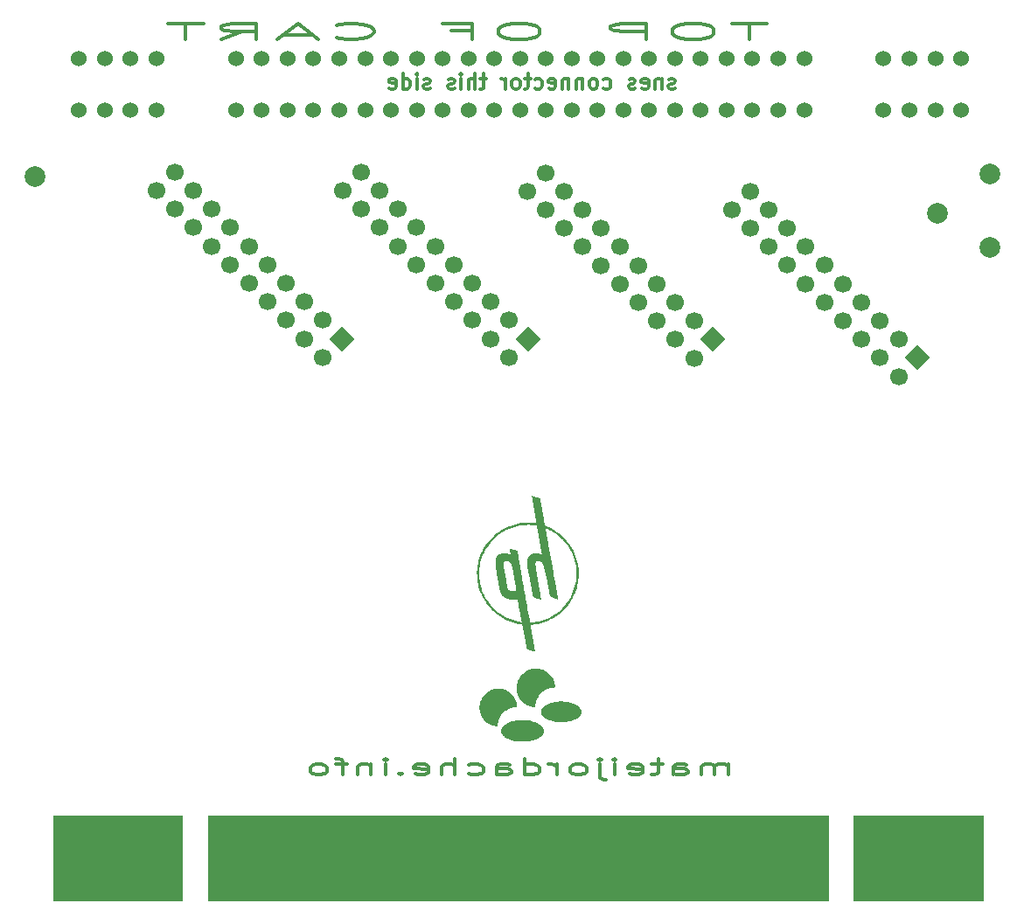
<source format=gbr>
%TF.GenerationSoftware,KiCad,Pcbnew,(6.0.6-1)-1*%
%TF.CreationDate,2022-07-24T16:47:29-04:00*%
%TF.ProjectId,SNES_logicadapter,534e4553-5f6c-46f6-9769-636164617074,rev?*%
%TF.SameCoordinates,Original*%
%TF.FileFunction,Soldermask,Bot*%
%TF.FilePolarity,Negative*%
%FSLAX46Y46*%
G04 Gerber Fmt 4.6, Leading zero omitted, Abs format (unit mm)*
G04 Created by KiCad (PCBNEW (6.0.6-1)-1) date 2022-07-24 16:47:29*
%MOMM*%
%LPD*%
G01*
G04 APERTURE LIST*
G04 Aperture macros list*
%AMHorizOval*
0 Thick line with rounded ends*
0 $1 width*
0 $2 $3 position (X,Y) of the first rounded end (center of the circle)*
0 $4 $5 position (X,Y) of the second rounded end (center of the circle)*
0 Add line between two ends*
20,1,$1,$2,$3,$4,$5,0*
0 Add two circle primitives to create the rounded ends*
1,1,$1,$2,$3*
1,1,$1,$4,$5*%
%AMRotRect*
0 Rectangle, with rotation*
0 The origin of the aperture is its center*
0 $1 length*
0 $2 width*
0 $3 Rotation angle, in degrees counterclockwise*
0 Add horizontal line*
21,1,$1,$2,0,0,$3*%
G04 Aperture macros list end*
%ADD10C,0.300000*%
%ADD11C,0.010000*%
%ADD12RotRect,1.700000X1.700000X225.000000*%
%ADD13HorizOval,1.700000X0.000000X0.000000X0.000000X0.000000X0*%
%ADD14C,2.000000*%
%ADD15R,1.500000X7.000000*%
%ADD16R,2.000000X7.000000*%
%ADD17C,1.524000*%
G04 APERTURE END LIST*
D10*
X175812000Y-68012571D02*
X172383428Y-68012571D01*
X174097714Y-69512571D02*
X174097714Y-68012571D01*
X169240571Y-68012571D02*
X168097714Y-68012571D01*
X167526285Y-68084000D01*
X166954857Y-68226857D01*
X166669142Y-68512571D01*
X166669142Y-69012571D01*
X166954857Y-69298285D01*
X167526285Y-69441142D01*
X168097714Y-69512571D01*
X169240571Y-69512571D01*
X169812000Y-69441142D01*
X170383428Y-69298285D01*
X170669142Y-69012571D01*
X170669142Y-68512571D01*
X170383428Y-68226857D01*
X169812000Y-68084000D01*
X169240571Y-68012571D01*
X164097714Y-69512571D02*
X164097714Y-68012571D01*
X161812000Y-68012571D01*
X161240571Y-68084000D01*
X160954857Y-68155428D01*
X160669142Y-68298285D01*
X160669142Y-68512571D01*
X160954857Y-68655428D01*
X161240571Y-68726857D01*
X161812000Y-68798285D01*
X164097714Y-68798285D01*
X152383428Y-68012571D02*
X151240571Y-68012571D01*
X150669142Y-68084000D01*
X150097714Y-68226857D01*
X149812000Y-68512571D01*
X149812000Y-69012571D01*
X150097714Y-69298285D01*
X150669142Y-69441142D01*
X151240571Y-69512571D01*
X152383428Y-69512571D01*
X152954857Y-69441142D01*
X153526285Y-69298285D01*
X153812000Y-69012571D01*
X153812000Y-68512571D01*
X153526285Y-68226857D01*
X152954857Y-68084000D01*
X152383428Y-68012571D01*
X145240571Y-68726857D02*
X147240571Y-68726857D01*
X147240571Y-69512571D02*
X147240571Y-68012571D01*
X144383428Y-68012571D01*
X134097714Y-69369714D02*
X134383428Y-69441142D01*
X135240571Y-69512571D01*
X135812000Y-69512571D01*
X136669142Y-69441142D01*
X137240571Y-69298285D01*
X137526285Y-69155428D01*
X137812000Y-68869714D01*
X137812000Y-68655428D01*
X137526285Y-68369714D01*
X137240571Y-68226857D01*
X136669142Y-68084000D01*
X135812000Y-68012571D01*
X135240571Y-68012571D01*
X134383428Y-68084000D01*
X134097714Y-68155428D01*
X131812000Y-69084000D02*
X128954857Y-69084000D01*
X132383428Y-69512571D02*
X130383428Y-68012571D01*
X128383428Y-69512571D01*
X122954857Y-69512571D02*
X124954857Y-68798285D01*
X126383428Y-69512571D02*
X126383428Y-68012571D01*
X124097714Y-68012571D01*
X123526285Y-68084000D01*
X123240571Y-68155428D01*
X122954857Y-68298285D01*
X122954857Y-68512571D01*
X123240571Y-68655428D01*
X123526285Y-68726857D01*
X124097714Y-68798285D01*
X126383428Y-68798285D01*
X121240571Y-68012571D02*
X117812000Y-68012571D01*
X119526285Y-69512571D02*
X119526285Y-68012571D01*
X166892142Y-74267142D02*
X166749285Y-74338571D01*
X166463571Y-74338571D01*
X166320714Y-74267142D01*
X166249285Y-74124285D01*
X166249285Y-74052857D01*
X166320714Y-73910000D01*
X166463571Y-73838571D01*
X166677857Y-73838571D01*
X166820714Y-73767142D01*
X166892142Y-73624285D01*
X166892142Y-73552857D01*
X166820714Y-73410000D01*
X166677857Y-73338571D01*
X166463571Y-73338571D01*
X166320714Y-73410000D01*
X165606428Y-73338571D02*
X165606428Y-74338571D01*
X165606428Y-73481428D02*
X165535000Y-73410000D01*
X165392142Y-73338571D01*
X165177857Y-73338571D01*
X165035000Y-73410000D01*
X164963571Y-73552857D01*
X164963571Y-74338571D01*
X163677857Y-74267142D02*
X163820714Y-74338571D01*
X164106428Y-74338571D01*
X164249285Y-74267142D01*
X164320714Y-74124285D01*
X164320714Y-73552857D01*
X164249285Y-73410000D01*
X164106428Y-73338571D01*
X163820714Y-73338571D01*
X163677857Y-73410000D01*
X163606428Y-73552857D01*
X163606428Y-73695714D01*
X164320714Y-73838571D01*
X163035000Y-74267142D02*
X162892142Y-74338571D01*
X162606428Y-74338571D01*
X162463571Y-74267142D01*
X162392142Y-74124285D01*
X162392142Y-74052857D01*
X162463571Y-73910000D01*
X162606428Y-73838571D01*
X162820714Y-73838571D01*
X162963571Y-73767142D01*
X163035000Y-73624285D01*
X163035000Y-73552857D01*
X162963571Y-73410000D01*
X162820714Y-73338571D01*
X162606428Y-73338571D01*
X162463571Y-73410000D01*
X159963571Y-74267142D02*
X160106428Y-74338571D01*
X160392142Y-74338571D01*
X160535000Y-74267142D01*
X160606428Y-74195714D01*
X160677857Y-74052857D01*
X160677857Y-73624285D01*
X160606428Y-73481428D01*
X160535000Y-73410000D01*
X160392142Y-73338571D01*
X160106428Y-73338571D01*
X159963571Y-73410000D01*
X159106428Y-74338571D02*
X159249285Y-74267142D01*
X159320714Y-74195714D01*
X159392142Y-74052857D01*
X159392142Y-73624285D01*
X159320714Y-73481428D01*
X159249285Y-73410000D01*
X159106428Y-73338571D01*
X158892142Y-73338571D01*
X158749285Y-73410000D01*
X158677857Y-73481428D01*
X158606428Y-73624285D01*
X158606428Y-74052857D01*
X158677857Y-74195714D01*
X158749285Y-74267142D01*
X158892142Y-74338571D01*
X159106428Y-74338571D01*
X157963571Y-73338571D02*
X157963571Y-74338571D01*
X157963571Y-73481428D02*
X157892142Y-73410000D01*
X157749285Y-73338571D01*
X157535000Y-73338571D01*
X157392142Y-73410000D01*
X157320714Y-73552857D01*
X157320714Y-74338571D01*
X156606428Y-73338571D02*
X156606428Y-74338571D01*
X156606428Y-73481428D02*
X156535000Y-73410000D01*
X156392142Y-73338571D01*
X156177857Y-73338571D01*
X156035000Y-73410000D01*
X155963571Y-73552857D01*
X155963571Y-74338571D01*
X154677857Y-74267142D02*
X154820714Y-74338571D01*
X155106428Y-74338571D01*
X155249285Y-74267142D01*
X155320714Y-74124285D01*
X155320714Y-73552857D01*
X155249285Y-73410000D01*
X155106428Y-73338571D01*
X154820714Y-73338571D01*
X154677857Y-73410000D01*
X154606428Y-73552857D01*
X154606428Y-73695714D01*
X155320714Y-73838571D01*
X153320714Y-74267142D02*
X153463571Y-74338571D01*
X153749285Y-74338571D01*
X153892142Y-74267142D01*
X153963571Y-74195714D01*
X154035000Y-74052857D01*
X154035000Y-73624285D01*
X153963571Y-73481428D01*
X153892142Y-73410000D01*
X153749285Y-73338571D01*
X153463571Y-73338571D01*
X153320714Y-73410000D01*
X152892142Y-73338571D02*
X152320714Y-73338571D01*
X152677857Y-72838571D02*
X152677857Y-74124285D01*
X152606428Y-74267142D01*
X152463571Y-74338571D01*
X152320714Y-74338571D01*
X151606428Y-74338571D02*
X151749285Y-74267142D01*
X151820714Y-74195714D01*
X151892142Y-74052857D01*
X151892142Y-73624285D01*
X151820714Y-73481428D01*
X151749285Y-73410000D01*
X151606428Y-73338571D01*
X151392142Y-73338571D01*
X151249285Y-73410000D01*
X151177857Y-73481428D01*
X151106428Y-73624285D01*
X151106428Y-74052857D01*
X151177857Y-74195714D01*
X151249285Y-74267142D01*
X151392142Y-74338571D01*
X151606428Y-74338571D01*
X150463571Y-74338571D02*
X150463571Y-73338571D01*
X150463571Y-73624285D02*
X150392142Y-73481428D01*
X150320714Y-73410000D01*
X150177857Y-73338571D01*
X150035000Y-73338571D01*
X148606428Y-73338571D02*
X148035000Y-73338571D01*
X148392142Y-72838571D02*
X148392142Y-74124285D01*
X148320714Y-74267142D01*
X148177857Y-74338571D01*
X148035000Y-74338571D01*
X147535000Y-74338571D02*
X147535000Y-72838571D01*
X146892142Y-74338571D02*
X146892142Y-73552857D01*
X146963571Y-73410000D01*
X147106428Y-73338571D01*
X147320714Y-73338571D01*
X147463571Y-73410000D01*
X147535000Y-73481428D01*
X146177857Y-74338571D02*
X146177857Y-73338571D01*
X146177857Y-72838571D02*
X146249285Y-72910000D01*
X146177857Y-72981428D01*
X146106428Y-72910000D01*
X146177857Y-72838571D01*
X146177857Y-72981428D01*
X145535000Y-74267142D02*
X145392142Y-74338571D01*
X145106428Y-74338571D01*
X144963571Y-74267142D01*
X144892142Y-74124285D01*
X144892142Y-74052857D01*
X144963571Y-73910000D01*
X145106428Y-73838571D01*
X145320714Y-73838571D01*
X145463571Y-73767142D01*
X145535000Y-73624285D01*
X145535000Y-73552857D01*
X145463571Y-73410000D01*
X145320714Y-73338571D01*
X145106428Y-73338571D01*
X144963571Y-73410000D01*
X143177857Y-74267142D02*
X143035000Y-74338571D01*
X142749285Y-74338571D01*
X142606428Y-74267142D01*
X142535000Y-74124285D01*
X142535000Y-74052857D01*
X142606428Y-73910000D01*
X142749285Y-73838571D01*
X142963571Y-73838571D01*
X143106428Y-73767142D01*
X143177857Y-73624285D01*
X143177857Y-73552857D01*
X143106428Y-73410000D01*
X142963571Y-73338571D01*
X142749285Y-73338571D01*
X142606428Y-73410000D01*
X141892142Y-74338571D02*
X141892142Y-73338571D01*
X141892142Y-72838571D02*
X141963571Y-72910000D01*
X141892142Y-72981428D01*
X141820714Y-72910000D01*
X141892142Y-72838571D01*
X141892142Y-72981428D01*
X140535000Y-74338571D02*
X140535000Y-72838571D01*
X140535000Y-74267142D02*
X140677857Y-74338571D01*
X140963571Y-74338571D01*
X141106428Y-74267142D01*
X141177857Y-74195714D01*
X141249285Y-74052857D01*
X141249285Y-73624285D01*
X141177857Y-73481428D01*
X141106428Y-73410000D01*
X140963571Y-73338571D01*
X140677857Y-73338571D01*
X140535000Y-73410000D01*
X139249285Y-74267142D02*
X139392142Y-74338571D01*
X139677857Y-74338571D01*
X139820714Y-74267142D01*
X139892142Y-74124285D01*
X139892142Y-73552857D01*
X139820714Y-73410000D01*
X139677857Y-73338571D01*
X139392142Y-73338571D01*
X139249285Y-73410000D01*
X139177857Y-73552857D01*
X139177857Y-73695714D01*
X139892142Y-73838571D01*
X172034857Y-140759571D02*
X172034857Y-139759571D01*
X172034857Y-139902428D02*
X171892000Y-139831000D01*
X171606285Y-139759571D01*
X171177714Y-139759571D01*
X170892000Y-139831000D01*
X170749142Y-139973857D01*
X170749142Y-140759571D01*
X170749142Y-139973857D02*
X170606285Y-139831000D01*
X170320571Y-139759571D01*
X169892000Y-139759571D01*
X169606285Y-139831000D01*
X169463428Y-139973857D01*
X169463428Y-140759571D01*
X166749142Y-140759571D02*
X166749142Y-139973857D01*
X166892000Y-139831000D01*
X167177714Y-139759571D01*
X167749142Y-139759571D01*
X168034857Y-139831000D01*
X166749142Y-140688142D02*
X167034857Y-140759571D01*
X167749142Y-140759571D01*
X168034857Y-140688142D01*
X168177714Y-140545285D01*
X168177714Y-140402428D01*
X168034857Y-140259571D01*
X167749142Y-140188142D01*
X167034857Y-140188142D01*
X166749142Y-140116714D01*
X165749142Y-139759571D02*
X164606285Y-139759571D01*
X165320571Y-139259571D02*
X165320571Y-140545285D01*
X165177714Y-140688142D01*
X164892000Y-140759571D01*
X164606285Y-140759571D01*
X162463428Y-140688142D02*
X162749142Y-140759571D01*
X163320571Y-140759571D01*
X163606285Y-140688142D01*
X163749142Y-140545285D01*
X163749142Y-139973857D01*
X163606285Y-139831000D01*
X163320571Y-139759571D01*
X162749142Y-139759571D01*
X162463428Y-139831000D01*
X162320571Y-139973857D01*
X162320571Y-140116714D01*
X163749142Y-140259571D01*
X161034857Y-140759571D02*
X161034857Y-139759571D01*
X161034857Y-139259571D02*
X161177714Y-139331000D01*
X161034857Y-139402428D01*
X160892000Y-139331000D01*
X161034857Y-139259571D01*
X161034857Y-139402428D01*
X159606285Y-139759571D02*
X159606285Y-141045285D01*
X159749142Y-141188142D01*
X160034857Y-141259571D01*
X160177714Y-141259571D01*
X159606285Y-139259571D02*
X159749142Y-139331000D01*
X159606285Y-139402428D01*
X159463428Y-139331000D01*
X159606285Y-139259571D01*
X159606285Y-139402428D01*
X157749142Y-140759571D02*
X158034857Y-140688142D01*
X158177714Y-140616714D01*
X158320571Y-140473857D01*
X158320571Y-140045285D01*
X158177714Y-139902428D01*
X158034857Y-139831000D01*
X157749142Y-139759571D01*
X157320571Y-139759571D01*
X157034857Y-139831000D01*
X156892000Y-139902428D01*
X156749142Y-140045285D01*
X156749142Y-140473857D01*
X156892000Y-140616714D01*
X157034857Y-140688142D01*
X157320571Y-140759571D01*
X157749142Y-140759571D01*
X155463428Y-140759571D02*
X155463428Y-139759571D01*
X155463428Y-140045285D02*
X155320571Y-139902428D01*
X155177714Y-139831000D01*
X154892000Y-139759571D01*
X154606285Y-139759571D01*
X152320571Y-140759571D02*
X152320571Y-139259571D01*
X152320571Y-140688142D02*
X152606285Y-140759571D01*
X153177714Y-140759571D01*
X153463428Y-140688142D01*
X153606285Y-140616714D01*
X153749142Y-140473857D01*
X153749142Y-140045285D01*
X153606285Y-139902428D01*
X153463428Y-139831000D01*
X153177714Y-139759571D01*
X152606285Y-139759571D01*
X152320571Y-139831000D01*
X149606285Y-140759571D02*
X149606285Y-139973857D01*
X149749142Y-139831000D01*
X150034857Y-139759571D01*
X150606285Y-139759571D01*
X150892000Y-139831000D01*
X149606285Y-140688142D02*
X149892000Y-140759571D01*
X150606285Y-140759571D01*
X150892000Y-140688142D01*
X151034857Y-140545285D01*
X151034857Y-140402428D01*
X150892000Y-140259571D01*
X150606285Y-140188142D01*
X149892000Y-140188142D01*
X149606285Y-140116714D01*
X146892000Y-140688142D02*
X147177714Y-140759571D01*
X147749142Y-140759571D01*
X148034857Y-140688142D01*
X148177714Y-140616714D01*
X148320571Y-140473857D01*
X148320571Y-140045285D01*
X148177714Y-139902428D01*
X148034857Y-139831000D01*
X147749142Y-139759571D01*
X147177714Y-139759571D01*
X146892000Y-139831000D01*
X145606285Y-140759571D02*
X145606285Y-139259571D01*
X144320571Y-140759571D02*
X144320571Y-139973857D01*
X144463428Y-139831000D01*
X144749142Y-139759571D01*
X145177714Y-139759571D01*
X145463428Y-139831000D01*
X145606285Y-139902428D01*
X141749142Y-140688142D02*
X142034857Y-140759571D01*
X142606285Y-140759571D01*
X142892000Y-140688142D01*
X143034857Y-140545285D01*
X143034857Y-139973857D01*
X142892000Y-139831000D01*
X142606285Y-139759571D01*
X142034857Y-139759571D01*
X141749142Y-139831000D01*
X141606285Y-139973857D01*
X141606285Y-140116714D01*
X143034857Y-140259571D01*
X140320571Y-140616714D02*
X140177714Y-140688142D01*
X140320571Y-140759571D01*
X140463428Y-140688142D01*
X140320571Y-140616714D01*
X140320571Y-140759571D01*
X138892000Y-140759571D02*
X138892000Y-139759571D01*
X138892000Y-139259571D02*
X139034857Y-139331000D01*
X138892000Y-139402428D01*
X138749142Y-139331000D01*
X138892000Y-139259571D01*
X138892000Y-139402428D01*
X137463428Y-139759571D02*
X137463428Y-140759571D01*
X137463428Y-139902428D02*
X137320571Y-139831000D01*
X137034857Y-139759571D01*
X136606285Y-139759571D01*
X136320571Y-139831000D01*
X136177714Y-139973857D01*
X136177714Y-140759571D01*
X135177714Y-139759571D02*
X134034857Y-139759571D01*
X134749142Y-140759571D02*
X134749142Y-139473857D01*
X134606285Y-139331000D01*
X134320571Y-139259571D01*
X134034857Y-139259571D01*
X132606285Y-140759571D02*
X132892000Y-140688142D01*
X133034857Y-140616714D01*
X133177714Y-140473857D01*
X133177714Y-140045285D01*
X133034857Y-139902428D01*
X132892000Y-139831000D01*
X132606285Y-139759571D01*
X132177714Y-139759571D01*
X131892000Y-139831000D01*
X131749142Y-139902428D01*
X131606285Y-140045285D01*
X131606285Y-140473857D01*
X131749142Y-140616714D01*
X131892000Y-140688142D01*
X132177714Y-140759571D01*
X132606285Y-140759571D01*
%TO.C,CON1*%
G36*
X119180000Y-152940000D02*
G01*
X106680000Y-152940000D01*
X106680000Y-144740000D01*
X119180000Y-144740000D01*
X119180000Y-152940000D01*
G37*
D11*
X119180000Y-152940000D02*
X106680000Y-152940000D01*
X106680000Y-144740000D01*
X119180000Y-144740000D01*
X119180000Y-152940000D01*
G36*
X181680000Y-152940000D02*
G01*
X121680000Y-152940000D01*
X121680000Y-144740000D01*
X181680000Y-144740000D01*
X181680000Y-152940000D01*
G37*
X181680000Y-152940000D02*
X121680000Y-152940000D01*
X121680000Y-144740000D01*
X181680000Y-144740000D01*
X181680000Y-152940000D01*
G36*
X196680000Y-152940000D02*
G01*
X184180000Y-152940000D01*
X184180000Y-144740000D01*
X196680000Y-144740000D01*
X196680000Y-152940000D01*
G37*
X196680000Y-152940000D02*
X184180000Y-152940000D01*
X184180000Y-144740000D01*
X196680000Y-144740000D01*
X196680000Y-152940000D01*
%TO.C,G\u002A\u002A\u002A*%
G36*
X157564619Y-121730146D02*
G01*
X157539465Y-121966250D01*
X157502396Y-122199395D01*
X157452914Y-122433175D01*
X157390521Y-122671181D01*
X157326726Y-122876128D01*
X157231852Y-123133537D01*
X157122116Y-123386768D01*
X156998359Y-123634271D01*
X156861418Y-123874501D01*
X156712133Y-124105908D01*
X156551342Y-124326946D01*
X156379884Y-124536067D01*
X156264540Y-124664131D01*
X156062245Y-124869479D01*
X155850321Y-125061618D01*
X155629277Y-125240292D01*
X155399621Y-125405242D01*
X155161862Y-125556212D01*
X154916510Y-125692945D01*
X154664073Y-125815183D01*
X154405060Y-125922669D01*
X154139981Y-126015145D01*
X153869343Y-126092355D01*
X153593657Y-126154041D01*
X153313430Y-126199946D01*
X153029172Y-126229813D01*
X152993900Y-126232534D01*
X152953783Y-126235923D01*
X152926443Y-126238952D01*
X152909578Y-126242101D01*
X152900886Y-126245852D01*
X152898064Y-126250688D01*
X152898811Y-126257088D01*
X152900607Y-126266340D01*
X152905167Y-126291040D01*
X152912235Y-126329838D01*
X152921596Y-126381533D01*
X152933034Y-126444923D01*
X152946331Y-126518806D01*
X152961272Y-126601979D01*
X152977641Y-126693242D01*
X152995220Y-126791391D01*
X153013794Y-126895226D01*
X153033147Y-127003543D01*
X153033830Y-127007369D01*
X153056113Y-127132100D01*
X153079692Y-127263982D01*
X153104097Y-127400397D01*
X153128861Y-127538726D01*
X153153514Y-127676352D01*
X153177586Y-127810657D01*
X153200608Y-127939021D01*
X153222112Y-128058826D01*
X153241628Y-128167455D01*
X153258688Y-128262289D01*
X153263777Y-128290581D01*
X153280059Y-128381397D01*
X153295356Y-128467183D01*
X153309420Y-128546517D01*
X153322003Y-128617978D01*
X153332856Y-128680142D01*
X153341730Y-128731590D01*
X153348376Y-128770898D01*
X153352547Y-128796645D01*
X153353993Y-128807409D01*
X153353799Y-128811325D01*
X153350722Y-128817520D01*
X153341225Y-128820370D01*
X153321920Y-128820449D01*
X153289417Y-128818331D01*
X153280062Y-128817493D01*
X153249921Y-128813099D01*
X153214357Y-128805341D01*
X153170840Y-128793552D01*
X153116842Y-128777066D01*
X153049834Y-128755217D01*
X152991789Y-128736091D01*
X152920871Y-128713105D01*
X152848225Y-128689894D01*
X152779687Y-128668319D01*
X152721093Y-128650245D01*
X152716418Y-128648824D01*
X152669165Y-128634391D01*
X152627987Y-128621692D01*
X152595356Y-128611500D01*
X152573740Y-128604584D01*
X152565610Y-128601715D01*
X152563900Y-128593596D01*
X152559243Y-128570003D01*
X152551814Y-128531850D01*
X152541790Y-128480048D01*
X152529344Y-128415509D01*
X152514653Y-128339146D01*
X152497890Y-128251870D01*
X152479232Y-128154594D01*
X152458853Y-128048230D01*
X152436929Y-127933690D01*
X152413634Y-127811886D01*
X152389143Y-127683730D01*
X152363631Y-127550134D01*
X152337274Y-127412010D01*
X152311222Y-127275589D01*
X152285618Y-127141824D01*
X152260988Y-127013454D01*
X152237509Y-126891394D01*
X152215361Y-126776559D01*
X152194721Y-126669865D01*
X152175767Y-126572227D01*
X152158677Y-126484560D01*
X152143630Y-126407780D01*
X152130802Y-126342802D01*
X152120373Y-126290542D01*
X152112521Y-126251915D01*
X152107423Y-126227836D01*
X152105257Y-126219221D01*
X152100375Y-126217596D01*
X152081182Y-126213697D01*
X152050291Y-126208456D01*
X152010590Y-126202351D01*
X151964967Y-126195864D01*
X151763099Y-126163683D01*
X151491402Y-126105915D01*
X151222878Y-126032246D01*
X150958427Y-125943076D01*
X150698948Y-125838805D01*
X150445342Y-125719832D01*
X150198507Y-125586555D01*
X149959343Y-125439376D01*
X149728750Y-125278692D01*
X149507627Y-125104904D01*
X149312231Y-124933077D01*
X149108897Y-124733460D01*
X148917927Y-124523212D01*
X148739692Y-124302962D01*
X148574567Y-124073335D01*
X148422923Y-123834961D01*
X148285132Y-123588467D01*
X148161567Y-123334480D01*
X148052601Y-123073627D01*
X147958605Y-122806536D01*
X147879952Y-122533836D01*
X147817015Y-122256152D01*
X147779641Y-122040768D01*
X147745278Y-121758637D01*
X147727132Y-121476201D01*
X147726692Y-121416828D01*
X147945204Y-121416828D01*
X147959451Y-121692838D01*
X147989072Y-121963915D01*
X148034214Y-122231111D01*
X148095019Y-122495478D01*
X148171631Y-122758068D01*
X148209140Y-122869488D01*
X148308025Y-123126899D01*
X148421196Y-123376640D01*
X148548112Y-123618228D01*
X148688231Y-123851180D01*
X148841012Y-124075014D01*
X149005914Y-124289247D01*
X149182396Y-124493395D01*
X149369917Y-124686977D01*
X149567936Y-124869510D01*
X149775912Y-125040510D01*
X149993303Y-125199496D01*
X150219568Y-125345984D01*
X150454168Y-125479491D01*
X150696559Y-125599536D01*
X150946202Y-125705635D01*
X151202555Y-125797306D01*
X151465076Y-125874065D01*
X151733226Y-125935430D01*
X151778978Y-125944223D01*
X151836843Y-125954703D01*
X151892769Y-125964191D01*
X151944352Y-125972328D01*
X151989185Y-125978754D01*
X152024866Y-125983109D01*
X152048989Y-125985034D01*
X152059150Y-125984170D01*
X152059130Y-125982793D01*
X152056982Y-125968257D01*
X152051938Y-125938669D01*
X152044174Y-125894983D01*
X152033870Y-125838157D01*
X152021203Y-125769147D01*
X152006351Y-125688910D01*
X151989492Y-125598402D01*
X151970804Y-125498579D01*
X151950465Y-125390398D01*
X151928653Y-125274816D01*
X151905546Y-125152788D01*
X151881322Y-125025272D01*
X151856159Y-124893224D01*
X151648786Y-123806661D01*
X151382643Y-123801032D01*
X151316022Y-123799492D01*
X151219488Y-123796622D01*
X151135737Y-123793152D01*
X151062364Y-123788910D01*
X150996964Y-123783722D01*
X150937133Y-123777413D01*
X150880466Y-123769811D01*
X150824557Y-123760742D01*
X150715342Y-123738140D01*
X150611512Y-123708025D01*
X150518215Y-123670452D01*
X150432665Y-123624098D01*
X150352073Y-123567645D01*
X150273654Y-123499772D01*
X150220137Y-123445465D01*
X150162854Y-123376831D01*
X150111438Y-123301942D01*
X150065029Y-123219064D01*
X150022763Y-123126463D01*
X149983778Y-123022406D01*
X149947213Y-122905159D01*
X149912204Y-122772988D01*
X149907885Y-122754630D01*
X149898218Y-122710072D01*
X149886239Y-122651568D01*
X149872237Y-122580710D01*
X149856498Y-122499095D01*
X149839312Y-122408318D01*
X149820968Y-122309974D01*
X149801752Y-122205658D01*
X149781955Y-122096965D01*
X149761863Y-121985490D01*
X149741767Y-121872829D01*
X149721952Y-121760576D01*
X149702709Y-121650327D01*
X149684326Y-121543677D01*
X149667090Y-121442221D01*
X149651290Y-121347553D01*
X149637215Y-121261271D01*
X149625152Y-121184967D01*
X149616676Y-121129951D01*
X149591475Y-120962193D01*
X149569681Y-120809358D01*
X149551289Y-120670377D01*
X149536297Y-120544183D01*
X149524702Y-120429707D01*
X149517830Y-120342725D01*
X150280488Y-120342725D01*
X150284025Y-120420011D01*
X150294619Y-120511692D01*
X150312289Y-120618115D01*
X150334799Y-120739418D01*
X150361690Y-120885348D01*
X150389126Y-121035250D01*
X150416703Y-121186863D01*
X150444013Y-121337925D01*
X150470651Y-121486175D01*
X150496211Y-121629352D01*
X150520286Y-121765194D01*
X150542471Y-121891441D01*
X150562358Y-122005831D01*
X150579543Y-122106103D01*
X150593867Y-122190017D01*
X150613050Y-122300239D01*
X150630362Y-122396100D01*
X150646178Y-122478864D01*
X150660871Y-122549794D01*
X150674819Y-122610152D01*
X150688394Y-122661202D01*
X150701973Y-122704206D01*
X150715930Y-122740428D01*
X150730640Y-122771130D01*
X150746477Y-122797576D01*
X150763817Y-122821029D01*
X150783035Y-122842750D01*
X150804505Y-122864004D01*
X150815086Y-122873807D01*
X150848237Y-122901133D01*
X150880589Y-122920770D01*
X150916507Y-122934524D01*
X150960356Y-122944197D01*
X151016500Y-122951593D01*
X151027570Y-122952716D01*
X151072999Y-122956349D01*
X151125870Y-122959404D01*
X151183172Y-122961822D01*
X151241897Y-122963549D01*
X151299035Y-122964526D01*
X151351576Y-122964697D01*
X151396510Y-122964005D01*
X151430829Y-122962393D01*
X151451524Y-122959805D01*
X151478547Y-122949386D01*
X151507774Y-122926153D01*
X151511495Y-122921610D01*
X151520796Y-122907423D01*
X151526050Y-122891121D01*
X151528347Y-122867857D01*
X151528777Y-122832785D01*
X151528636Y-122820078D01*
X151527993Y-122802041D01*
X151526616Y-122782398D01*
X151524271Y-122759672D01*
X151520724Y-122732384D01*
X151515740Y-122699056D01*
X151509084Y-122658211D01*
X151500522Y-122608371D01*
X151489819Y-122548057D01*
X151476739Y-122475792D01*
X151461049Y-122390097D01*
X151442515Y-122289496D01*
X151437196Y-122260557D01*
X151425536Y-122196550D01*
X151411699Y-122120028D01*
X151396137Y-122033511D01*
X151379300Y-121939521D01*
X151361639Y-121840579D01*
X151343607Y-121739206D01*
X151325654Y-121637923D01*
X151308232Y-121539250D01*
X151289370Y-121432407D01*
X151268080Y-121312516D01*
X151249080Y-121206539D01*
X151232096Y-121113073D01*
X151216853Y-121030716D01*
X151203074Y-120958066D01*
X151190486Y-120893720D01*
X151178812Y-120836276D01*
X151167777Y-120784332D01*
X151157107Y-120736485D01*
X151146524Y-120691334D01*
X151135755Y-120647476D01*
X151124525Y-120603508D01*
X151120480Y-120587998D01*
X151100164Y-120512807D01*
X151081813Y-120451118D01*
X151064305Y-120400530D01*
X151046521Y-120358644D01*
X151027339Y-120323059D01*
X151005639Y-120291375D01*
X150980301Y-120261191D01*
X150950205Y-120230109D01*
X150900856Y-120188243D01*
X150824419Y-120141264D01*
X150793280Y-120125593D01*
X150743812Y-120103383D01*
X150700001Y-120088706D01*
X150656598Y-120080346D01*
X150608356Y-120077090D01*
X150550024Y-120077720D01*
X150534422Y-120078265D01*
X150494350Y-120080214D01*
X150465199Y-120083124D01*
X150442600Y-120087812D01*
X150422184Y-120095091D01*
X150399583Y-120105776D01*
X150375424Y-120119307D01*
X150336597Y-120150915D01*
X150309314Y-120190943D01*
X150290718Y-120242991D01*
X150283987Y-120279491D01*
X150280488Y-120342725D01*
X149517830Y-120342725D01*
X149516500Y-120325884D01*
X149511688Y-120231645D01*
X149510262Y-120145922D01*
X149512220Y-120067648D01*
X149517558Y-119995755D01*
X149526272Y-119929177D01*
X149538360Y-119866844D01*
X149553818Y-119807691D01*
X149572643Y-119750648D01*
X149594832Y-119694649D01*
X149620380Y-119638626D01*
X149644084Y-119594647D01*
X149677581Y-119548109D01*
X149718156Y-119508515D01*
X149768965Y-119472891D01*
X149833167Y-119438265D01*
X149902416Y-119407212D01*
X150003308Y-119371736D01*
X150109768Y-119345852D01*
X150224909Y-119328850D01*
X150351841Y-119320022D01*
X150421872Y-119318437D01*
X150503629Y-119320433D01*
X150576412Y-119327931D01*
X150644341Y-119341830D01*
X150711537Y-119363028D01*
X150782118Y-119392425D01*
X150860205Y-119430918D01*
X150886766Y-119444720D01*
X150923695Y-119463791D01*
X150953457Y-119479015D01*
X150973518Y-119489097D01*
X150981344Y-119492745D01*
X150981383Y-119492683D01*
X150980482Y-119483402D01*
X150977274Y-119459617D01*
X150972027Y-119423136D01*
X150965009Y-119375766D01*
X150956486Y-119319314D01*
X150946727Y-119255588D01*
X150935999Y-119186395D01*
X150935528Y-119183375D01*
X150924688Y-119113458D01*
X150914705Y-119048329D01*
X150905867Y-118989934D01*
X150898466Y-118940220D01*
X150892790Y-118901134D01*
X150889131Y-118874623D01*
X150887777Y-118862634D01*
X150887772Y-118862316D01*
X150888652Y-118858611D01*
X150892212Y-118856356D01*
X150899783Y-118855878D01*
X150912696Y-118857504D01*
X150932280Y-118861562D01*
X150959865Y-118868378D01*
X150996783Y-118878281D01*
X151044364Y-118891598D01*
X151103937Y-118908655D01*
X151176834Y-118929781D01*
X151264384Y-118955302D01*
X151332508Y-118975200D01*
X151408579Y-118997488D01*
X151471062Y-119015958D01*
X151521326Y-119031091D01*
X151560739Y-119043363D01*
X151590670Y-119053255D01*
X151612488Y-119061245D01*
X151627562Y-119067811D01*
X151637259Y-119073433D01*
X151642948Y-119078589D01*
X151645999Y-119083757D01*
X151647779Y-119089417D01*
X151649648Y-119098613D01*
X151654199Y-119123517D01*
X151661068Y-119162344D01*
X151670022Y-119213731D01*
X151680826Y-119276315D01*
X151693246Y-119348734D01*
X151707046Y-119429623D01*
X151721994Y-119517620D01*
X151737853Y-119611361D01*
X151754391Y-119709483D01*
X151779108Y-119856032D01*
X151814028Y-120061995D01*
X151851648Y-120282760D01*
X151891808Y-120517417D01*
X151934350Y-120765056D01*
X151979115Y-121024769D01*
X152025944Y-121295647D01*
X152074679Y-121576779D01*
X152125161Y-121867258D01*
X152177230Y-122166173D01*
X152230729Y-122472617D01*
X152285498Y-122785678D01*
X152293756Y-122832785D01*
X152341378Y-123104449D01*
X152398212Y-123428020D01*
X152455839Y-123755482D01*
X152514102Y-124085926D01*
X152572842Y-124418442D01*
X152631899Y-124752122D01*
X152691115Y-125086055D01*
X152750332Y-125419334D01*
X152809390Y-125751049D01*
X152857303Y-126019887D01*
X152911902Y-126018877D01*
X152969621Y-126016744D01*
X153068039Y-126009465D01*
X153177197Y-125997743D01*
X153294038Y-125982071D01*
X153415510Y-125962942D01*
X153538556Y-125940848D01*
X153660122Y-125916282D01*
X153777153Y-125889736D01*
X153886595Y-125861703D01*
X153933845Y-125848521D01*
X154198739Y-125764710D01*
X154455989Y-125666471D01*
X154705183Y-125554325D01*
X154945908Y-125428791D01*
X155177753Y-125290391D01*
X155400306Y-125139643D01*
X155613155Y-124977070D01*
X155815888Y-124803190D01*
X156008093Y-124618524D01*
X156189358Y-124423593D01*
X156359271Y-124218916D01*
X156517421Y-124005014D01*
X156663395Y-123782408D01*
X156796782Y-123551616D01*
X156917169Y-123313161D01*
X157024145Y-123067561D01*
X157117297Y-122815338D01*
X157196214Y-122557011D01*
X157260485Y-122293101D01*
X157309696Y-122024128D01*
X157343436Y-121750612D01*
X157361293Y-121473074D01*
X157364185Y-121345087D01*
X157359005Y-121060467D01*
X157337676Y-120779891D01*
X157300211Y-120503417D01*
X157246623Y-120231104D01*
X157176924Y-119963011D01*
X157091127Y-119699198D01*
X156989244Y-119439723D01*
X156871288Y-119184645D01*
X156766607Y-118985554D01*
X156655135Y-118795612D01*
X156534637Y-118611435D01*
X156402803Y-118429494D01*
X156257323Y-118246260D01*
X156248137Y-118235294D01*
X156206908Y-118188266D01*
X156156177Y-118133017D01*
X156098231Y-118071843D01*
X156035361Y-118007036D01*
X155969853Y-117940890D01*
X155903996Y-117875701D01*
X155840079Y-117813761D01*
X155780389Y-117757364D01*
X155727216Y-117708806D01*
X155682848Y-117670378D01*
X155556582Y-117568691D01*
X155332986Y-117404010D01*
X155103629Y-117254076D01*
X154869352Y-117119424D01*
X154630999Y-117000590D01*
X154605027Y-116988692D01*
X154554212Y-116965833D01*
X154504740Y-116944074D01*
X154458913Y-116924383D01*
X154419036Y-116907731D01*
X154387411Y-116895087D01*
X154366343Y-116887423D01*
X154358135Y-116885706D01*
X154359091Y-116891580D01*
X154362855Y-116913228D01*
X154369382Y-116950301D01*
X154378576Y-117002263D01*
X154390343Y-117068577D01*
X154404586Y-117148709D01*
X154421210Y-117242121D01*
X154440119Y-117348279D01*
X154461217Y-117466647D01*
X154484409Y-117596689D01*
X154509599Y-117737869D01*
X154536691Y-117889652D01*
X154565591Y-118051501D01*
X154596201Y-118222881D01*
X154628427Y-118403257D01*
X154662173Y-118592092D01*
X154697343Y-118788851D01*
X154733842Y-118992998D01*
X154771573Y-119203997D01*
X154810442Y-119421312D01*
X154850353Y-119644408D01*
X154891209Y-119872750D01*
X154932916Y-120105800D01*
X154975377Y-120343024D01*
X155011162Y-120542947D01*
X155052993Y-120776690D01*
X155093987Y-121005807D01*
X155134050Y-121229763D01*
X155173085Y-121448021D01*
X155210997Y-121660047D01*
X155247690Y-121865305D01*
X155283069Y-122063259D01*
X155317038Y-122253373D01*
X155349502Y-122435111D01*
X155380364Y-122607939D01*
X155409530Y-122771319D01*
X155436904Y-122924717D01*
X155462389Y-123067597D01*
X155485891Y-123199423D01*
X155507314Y-123319660D01*
X155526562Y-123427771D01*
X155543540Y-123523221D01*
X155558152Y-123605475D01*
X155570302Y-123673996D01*
X155579895Y-123728249D01*
X155586835Y-123767699D01*
X155591027Y-123791809D01*
X155592374Y-123800044D01*
X155591574Y-123800074D01*
X155579419Y-123796373D01*
X155554127Y-123787227D01*
X155517480Y-123773354D01*
X155471262Y-123755473D01*
X155417256Y-123734301D01*
X155357246Y-123710559D01*
X155293015Y-123684963D01*
X155226345Y-123658233D01*
X155159021Y-123631087D01*
X155092826Y-123604243D01*
X155029542Y-123578421D01*
X154970954Y-123554338D01*
X154918844Y-123532713D01*
X154874996Y-123514265D01*
X154841193Y-123499712D01*
X154819218Y-123489772D01*
X154810855Y-123485164D01*
X154810219Y-123483301D01*
X154806366Y-123467610D01*
X154799577Y-123437299D01*
X154790115Y-123393623D01*
X154778242Y-123337832D01*
X154764222Y-123271181D01*
X154748317Y-123194920D01*
X154730789Y-123110303D01*
X154711902Y-123018582D01*
X154691917Y-122921009D01*
X154671099Y-122818837D01*
X154643688Y-122684037D01*
X154593429Y-122437239D01*
X154546113Y-122205395D01*
X154501760Y-121988607D01*
X154460392Y-121786973D01*
X154422030Y-121600594D01*
X154386693Y-121429571D01*
X154354404Y-121274002D01*
X154325182Y-121133988D01*
X154299049Y-121009630D01*
X154276026Y-120901026D01*
X154256134Y-120808277D01*
X154239392Y-120731484D01*
X154225823Y-120670745D01*
X154215446Y-120626162D01*
X154208284Y-120597834D01*
X154207157Y-120593761D01*
X154178795Y-120503325D01*
X154145985Y-120418651D01*
X154109853Y-120341914D01*
X154071522Y-120275287D01*
X154032116Y-120220943D01*
X153992759Y-120181056D01*
X153968148Y-120163037D01*
X153906945Y-120130721D01*
X153836462Y-120106695D01*
X153760379Y-120091357D01*
X153682374Y-120085106D01*
X153606129Y-120088339D01*
X153535322Y-120101456D01*
X153473634Y-120124855D01*
X153459566Y-120132514D01*
X153434706Y-120149801D01*
X153415926Y-120170388D01*
X153402552Y-120196485D01*
X153393911Y-120230297D01*
X153389328Y-120274034D01*
X153388131Y-120329902D01*
X153389645Y-120400110D01*
X153389776Y-120403901D01*
X153390454Y-120420824D01*
X153391359Y-120438043D01*
X153392605Y-120456293D01*
X153394309Y-120476307D01*
X153396584Y-120498820D01*
X153399544Y-120524564D01*
X153403306Y-120554275D01*
X153407984Y-120588686D01*
X153413692Y-120628531D01*
X153420545Y-120674543D01*
X153428658Y-120727458D01*
X153438146Y-120788009D01*
X153449123Y-120856929D01*
X153461705Y-120934953D01*
X153476005Y-121022815D01*
X153492140Y-121121249D01*
X153510223Y-121230988D01*
X153530369Y-121352767D01*
X153552693Y-121487319D01*
X153577310Y-121635379D01*
X153604335Y-121797681D01*
X153633882Y-121974957D01*
X153666066Y-122167944D01*
X153675581Y-122224995D01*
X153702415Y-122386040D01*
X153728442Y-122542428D01*
X153753532Y-122693372D01*
X153777554Y-122838087D01*
X153800381Y-122975787D01*
X153821881Y-123105687D01*
X153841926Y-123227000D01*
X153860386Y-123338941D01*
X153877132Y-123440725D01*
X153892034Y-123531565D01*
X153904963Y-123610675D01*
X153915789Y-123677271D01*
X153924383Y-123730566D01*
X153930616Y-123769775D01*
X153934357Y-123794112D01*
X153935477Y-123802791D01*
X153935420Y-123802853D01*
X153926343Y-123801349D01*
X153902998Y-123795350D01*
X153866930Y-123785306D01*
X153819688Y-123771670D01*
X153762816Y-123754893D01*
X153697861Y-123735426D01*
X153626370Y-123713721D01*
X153549889Y-123690229D01*
X153166610Y-123571842D01*
X153155392Y-123501690D01*
X153147074Y-123450975D01*
X153133580Y-123371987D01*
X153117176Y-123278781D01*
X153098086Y-123172553D01*
X153076538Y-123054497D01*
X153052758Y-122925808D01*
X153026971Y-122787683D01*
X152999404Y-122641315D01*
X152970283Y-122487900D01*
X152939834Y-122328632D01*
X152908284Y-122164708D01*
X152875859Y-121997321D01*
X152842784Y-121827667D01*
X152809286Y-121656942D01*
X152775592Y-121486339D01*
X152741927Y-121317054D01*
X152734748Y-121280981D01*
X152715343Y-121182438D01*
X152696621Y-121085911D01*
X152678912Y-120993188D01*
X152662547Y-120906059D01*
X152647858Y-120826316D01*
X152635176Y-120755748D01*
X152624831Y-120696145D01*
X152617155Y-120649298D01*
X152612478Y-120616996D01*
X152597875Y-120480239D01*
X152588695Y-120346233D01*
X152585128Y-120218617D01*
X152587142Y-120099265D01*
X152594705Y-119990048D01*
X152607784Y-119892841D01*
X152626348Y-119809516D01*
X152643985Y-119759845D01*
X152674395Y-119696814D01*
X152713011Y-119632429D01*
X152757198Y-119571483D01*
X152809340Y-119513100D01*
X152891577Y-119441889D01*
X152983691Y-119383089D01*
X153084182Y-119337473D01*
X153191547Y-119305818D01*
X153304288Y-119288898D01*
X153309667Y-119288491D01*
X153378890Y-119287032D01*
X153459485Y-119291082D01*
X153547645Y-119300093D01*
X153639566Y-119313515D01*
X153731441Y-119330801D01*
X153819465Y-119351401D01*
X153899834Y-119374766D01*
X153904703Y-119376352D01*
X153942002Y-119388320D01*
X153972646Y-119397835D01*
X153993578Y-119403968D01*
X154001743Y-119405788D01*
X154001357Y-119401939D01*
X153998491Y-119383158D01*
X153993042Y-119349687D01*
X153985193Y-119302564D01*
X153975122Y-119242824D01*
X153963010Y-119171504D01*
X153949038Y-119089642D01*
X153933385Y-118998272D01*
X153916232Y-118898433D01*
X153897759Y-118791161D01*
X153878147Y-118677491D01*
X153857575Y-118558462D01*
X153836224Y-118435109D01*
X153814274Y-118308469D01*
X153791906Y-118179579D01*
X153769299Y-118049474D01*
X153746634Y-117919193D01*
X153724092Y-117789771D01*
X153701852Y-117662245D01*
X153680094Y-117537651D01*
X153659000Y-117417027D01*
X153638749Y-117301409D01*
X153619521Y-117191832D01*
X153601497Y-117089335D01*
X153584857Y-116994953D01*
X153569782Y-116909724D01*
X153556450Y-116834683D01*
X153545044Y-116770867D01*
X153535743Y-116719313D01*
X153528727Y-116681058D01*
X153524177Y-116657138D01*
X153522272Y-116648589D01*
X153517011Y-116645837D01*
X153496014Y-116640086D01*
X153461707Y-116633295D01*
X153416175Y-116625738D01*
X153361502Y-116617688D01*
X153299770Y-116609420D01*
X153233064Y-116601207D01*
X153163468Y-116593324D01*
X153093063Y-116586045D01*
X153023935Y-116579644D01*
X152958167Y-116574395D01*
X152910507Y-116571725D01*
X152839706Y-116569513D01*
X152758513Y-116568419D01*
X152670309Y-116568388D01*
X152578475Y-116569364D01*
X152486390Y-116571289D01*
X152397437Y-116574107D01*
X152314995Y-116577762D01*
X152242445Y-116582197D01*
X152183167Y-116587356D01*
X152175996Y-116588126D01*
X151892257Y-116626885D01*
X151614844Y-116681067D01*
X151343801Y-116750653D01*
X151079172Y-116835626D01*
X150821001Y-116935966D01*
X150569331Y-117051656D01*
X150324206Y-117182677D01*
X150085670Y-117329010D01*
X149853767Y-117490637D01*
X149628540Y-117667540D01*
X149620497Y-117674289D01*
X149573246Y-117715710D01*
X149517674Y-117766798D01*
X149456088Y-117825243D01*
X149390792Y-117888738D01*
X149324093Y-117954976D01*
X149258296Y-118021646D01*
X149195706Y-118086443D01*
X149138629Y-118147056D01*
X149089370Y-118201179D01*
X149050235Y-118246503D01*
X149005019Y-118301807D01*
X148832917Y-118528186D01*
X148675440Y-118761903D01*
X148532773Y-119002475D01*
X148405101Y-119249424D01*
X148292609Y-119502267D01*
X148195481Y-119760524D01*
X148113903Y-120023715D01*
X148048058Y-120291358D01*
X147998133Y-120562973D01*
X147964312Y-120838079D01*
X147946780Y-121116195D01*
X147946190Y-121134836D01*
X147945204Y-121416828D01*
X147726692Y-121416828D01*
X147725042Y-121194162D01*
X147738846Y-120913226D01*
X147768385Y-120634096D01*
X147813498Y-120357476D01*
X147874024Y-120084070D01*
X147949803Y-119814582D01*
X148040672Y-119549717D01*
X148146473Y-119290177D01*
X148267044Y-119036667D01*
X148402224Y-118789891D01*
X148551853Y-118550553D01*
X148715770Y-118319357D01*
X148752153Y-118271512D01*
X148817210Y-118188491D01*
X148880881Y-118111011D01*
X148946006Y-118035831D01*
X149015427Y-117959713D01*
X149091984Y-117879418D01*
X149178519Y-117791705D01*
X149192265Y-117777994D01*
X149344747Y-117631379D01*
X149495171Y-117497421D01*
X149647005Y-117373400D01*
X149803719Y-117256596D01*
X149968783Y-117144292D01*
X150145667Y-117033767D01*
X150172751Y-117017826D01*
X150236054Y-116982286D01*
X150309441Y-116942840D01*
X150389430Y-116901236D01*
X150472539Y-116859224D01*
X150555283Y-116818551D01*
X150634180Y-116780967D01*
X150705747Y-116748221D01*
X150766500Y-116722061D01*
X150878560Y-116677457D01*
X151148635Y-116582079D01*
X151420756Y-116503092D01*
X151695659Y-116440319D01*
X151974076Y-116393584D01*
X152256739Y-116362710D01*
X152370918Y-116355394D01*
X152505239Y-116350782D01*
X152645706Y-116349638D01*
X152789086Y-116351835D01*
X152932151Y-116357249D01*
X153071671Y-116365753D01*
X153204416Y-116377223D01*
X153327156Y-116391533D01*
X153436661Y-116408557D01*
X153455246Y-116411679D01*
X153475329Y-116414356D01*
X153484016Y-116414498D01*
X153483371Y-116409504D01*
X153480125Y-116389131D01*
X153474293Y-116353864D01*
X153466024Y-116304572D01*
X153455465Y-116242121D01*
X153442766Y-116167377D01*
X153428073Y-116081208D01*
X153411537Y-115984480D01*
X153393304Y-115878060D01*
X153373523Y-115762815D01*
X153352342Y-115639612D01*
X153329910Y-115509316D01*
X153306374Y-115372796D01*
X153281883Y-115230918D01*
X153256585Y-115084548D01*
X153237085Y-114971694D01*
X153212417Y-114828656D01*
X153188690Y-114690757D01*
X153166051Y-114558866D01*
X153144646Y-114433851D01*
X153124623Y-114316579D01*
X153106130Y-114207920D01*
X153089312Y-114108741D01*
X153074318Y-114019910D01*
X153061295Y-113942296D01*
X153050389Y-113876768D01*
X153041748Y-113824192D01*
X153035519Y-113785438D01*
X153031849Y-113761373D01*
X153030885Y-113752867D01*
X153031055Y-113752806D01*
X153041131Y-113754606D01*
X153065181Y-113760380D01*
X153101334Y-113769612D01*
X153147720Y-113781786D01*
X153202470Y-113796387D01*
X153263712Y-113812900D01*
X153329577Y-113830810D01*
X153398195Y-113849601D01*
X153467696Y-113868758D01*
X153536209Y-113887765D01*
X153601864Y-113906108D01*
X153662791Y-113923271D01*
X153717121Y-113938739D01*
X153762982Y-113951996D01*
X153798506Y-113962527D01*
X153821820Y-113969817D01*
X153831057Y-113973350D01*
X153832095Y-113977090D01*
X153836011Y-113995849D01*
X153842584Y-114029584D01*
X153851652Y-114077419D01*
X153863056Y-114138477D01*
X153876635Y-114211882D01*
X153892230Y-114296756D01*
X153909680Y-114392223D01*
X153928825Y-114497405D01*
X153949505Y-114611426D01*
X153971560Y-114733409D01*
X153994830Y-114862476D01*
X154019154Y-114997752D01*
X154044372Y-115138359D01*
X154070325Y-115283421D01*
X154086465Y-115373715D01*
X154112024Y-115516570D01*
X154136750Y-115654616D01*
X154160484Y-115786960D01*
X154183063Y-115912709D01*
X154204327Y-116030972D01*
X154224115Y-116140855D01*
X154242265Y-116241466D01*
X154258616Y-116331912D01*
X154273008Y-116411300D01*
X154285280Y-116478739D01*
X154295269Y-116533335D01*
X154302815Y-116574195D01*
X154307758Y-116600427D01*
X154309935Y-116611139D01*
X154314010Y-116621291D01*
X154322478Y-116630932D01*
X154337922Y-116640525D01*
X154363285Y-116651854D01*
X154401506Y-116666704D01*
X154482723Y-116698341D01*
X154693219Y-116789348D01*
X154904810Y-116893248D01*
X155114059Y-117008095D01*
X155317529Y-117131942D01*
X155511785Y-117262841D01*
X155693391Y-117398845D01*
X155822642Y-117504680D01*
X156037095Y-117696892D01*
X156238969Y-117899640D01*
X156427971Y-118112402D01*
X156603806Y-118334660D01*
X156766182Y-118565892D01*
X156914804Y-118805580D01*
X157049379Y-119053204D01*
X157169613Y-119308242D01*
X157275211Y-119570176D01*
X157365881Y-119838485D01*
X157441328Y-120112650D01*
X157501259Y-120392151D01*
X157545380Y-120676467D01*
X157550297Y-120716372D01*
X157560854Y-120811161D01*
X157568924Y-120900651D01*
X157574764Y-120989228D01*
X157578630Y-121081278D01*
X157580778Y-121181185D01*
X157581465Y-121293336D01*
X157580636Y-121345087D01*
X157578355Y-121487491D01*
X157564619Y-121730146D01*
G37*
G36*
X149784148Y-132419129D02*
G01*
X149824680Y-132419637D01*
X149864821Y-132420567D01*
X149903087Y-132421892D01*
X149937995Y-132423588D01*
X149968062Y-132425630D01*
X149991805Y-132427993D01*
X150048521Y-132435871D01*
X150167746Y-132457754D01*
X150283247Y-132486425D01*
X150395250Y-132521961D01*
X150503984Y-132564439D01*
X150609675Y-132613935D01*
X150712552Y-132670526D01*
X150713915Y-132671335D01*
X150813357Y-132734847D01*
X150908044Y-132804367D01*
X150997746Y-132879571D01*
X151082232Y-132960137D01*
X151161273Y-133045742D01*
X151234639Y-133136064D01*
X151302099Y-133230779D01*
X151363424Y-133329565D01*
X151418384Y-133432099D01*
X151466747Y-133538059D01*
X151508286Y-133647122D01*
X151542769Y-133758966D01*
X151569966Y-133873267D01*
X151575226Y-133900689D01*
X151582516Y-133944008D01*
X151589221Y-133989943D01*
X151595145Y-134036790D01*
X151600094Y-134082843D01*
X151603874Y-134126398D01*
X151606289Y-134165749D01*
X151607147Y-134199191D01*
X151607155Y-134217436D01*
X151563199Y-134216149D01*
X151555420Y-134215979D01*
X151525778Y-134216062D01*
X151490872Y-134217026D01*
X151452599Y-134218760D01*
X151412855Y-134221156D01*
X151373538Y-134224102D01*
X151336545Y-134227489D01*
X151303772Y-134231207D01*
X151288963Y-134233166D01*
X151172207Y-134253019D01*
X151057110Y-134280407D01*
X150944098Y-134315170D01*
X150833599Y-134357148D01*
X150726041Y-134406180D01*
X150621853Y-134462105D01*
X150521461Y-134524763D01*
X150520564Y-134525365D01*
X150424662Y-134594436D01*
X150333511Y-134669525D01*
X150247417Y-134750263D01*
X150166682Y-134836283D01*
X150091610Y-134927217D01*
X150022505Y-135022698D01*
X149959672Y-135122357D01*
X149903413Y-135225826D01*
X149854032Y-135332739D01*
X149845451Y-135353456D01*
X149811881Y-135443312D01*
X149782695Y-135536334D01*
X149758179Y-135631177D01*
X149738617Y-135726499D01*
X149724292Y-135820956D01*
X149715488Y-135913205D01*
X149712491Y-136001902D01*
X149712491Y-136064095D01*
X149672449Y-136061463D01*
X149652237Y-136060030D01*
X149531735Y-136047077D01*
X149413772Y-136026741D01*
X149298384Y-135999032D01*
X149185604Y-135963963D01*
X149075468Y-135921546D01*
X148968009Y-135871792D01*
X148863262Y-135814713D01*
X148761260Y-135750321D01*
X148698260Y-135705717D01*
X148605545Y-135632203D01*
X148517778Y-135552702D01*
X148435134Y-135467387D01*
X148357784Y-135376430D01*
X148285904Y-135280001D01*
X148257734Y-135237826D01*
X148224755Y-135184451D01*
X148192048Y-135127573D01*
X148160807Y-135069352D01*
X148132229Y-135011952D01*
X148107510Y-134957533D01*
X148076613Y-134880246D01*
X148040622Y-134773104D01*
X148010930Y-134662437D01*
X147987777Y-134549175D01*
X147971407Y-134434246D01*
X147969477Y-134412933D01*
X147967638Y-134382808D01*
X147966188Y-134347804D01*
X147965134Y-134309330D01*
X147964484Y-134268794D01*
X147964244Y-134227605D01*
X147964423Y-134187173D01*
X147965027Y-134148905D01*
X147966064Y-134114210D01*
X147967541Y-134084498D01*
X147969466Y-134061176D01*
X147980091Y-133978647D01*
X148001007Y-133861648D01*
X148028459Y-133748579D01*
X148062600Y-133639011D01*
X148103585Y-133532513D01*
X148151569Y-133428656D01*
X148206706Y-133327008D01*
X148269151Y-133227141D01*
X148271873Y-133223074D01*
X148341532Y-133126169D01*
X148416653Y-133034722D01*
X148496960Y-132948894D01*
X148582175Y-132868848D01*
X148672022Y-132794747D01*
X148766222Y-132726752D01*
X148864498Y-132665027D01*
X148966574Y-132609733D01*
X149072172Y-132561034D01*
X149181014Y-132519091D01*
X149292824Y-132484068D01*
X149407325Y-132456125D01*
X149524238Y-132435427D01*
X149643287Y-132422135D01*
X149647769Y-132421799D01*
X149675035Y-132420376D01*
X149707843Y-132419473D01*
X149744708Y-132419066D01*
X149784148Y-132419129D01*
G37*
G36*
X156032403Y-133668567D02*
G01*
X156180074Y-133677150D01*
X156326699Y-133691419D01*
X156471643Y-133711405D01*
X156614269Y-133737140D01*
X156753940Y-133768652D01*
X156819888Y-133785886D01*
X156928797Y-133817983D01*
X157032888Y-133853336D01*
X157131923Y-133891796D01*
X157225665Y-133933215D01*
X157313875Y-133977445D01*
X157396316Y-134024337D01*
X157472750Y-134073745D01*
X157542940Y-134125519D01*
X157606647Y-134179513D01*
X157663633Y-134235577D01*
X157713661Y-134293564D01*
X157756492Y-134353325D01*
X157791890Y-134414714D01*
X157806455Y-134445005D01*
X157825969Y-134494052D01*
X157839748Y-134542693D01*
X157848386Y-134593215D01*
X157852476Y-134647901D01*
X157852699Y-134654675D01*
X157853163Y-134682466D01*
X157852583Y-134705535D01*
X157850843Y-134726384D01*
X157847827Y-134747516D01*
X157836778Y-134798446D01*
X157816146Y-134860899D01*
X157788033Y-134922129D01*
X157752589Y-134982004D01*
X157709965Y-135040389D01*
X157660311Y-135097153D01*
X157603777Y-135152160D01*
X157540512Y-135205278D01*
X157470667Y-135256373D01*
X157394391Y-135305311D01*
X157311836Y-135351960D01*
X157223151Y-135396185D01*
X157128485Y-135437853D01*
X157027990Y-135476831D01*
X156946518Y-135504877D01*
X156818817Y-135542968D01*
X156685391Y-135575991D01*
X156546401Y-135603916D01*
X156402007Y-135626712D01*
X156252370Y-135644348D01*
X156097649Y-135656792D01*
X156077972Y-135657731D01*
X156049424Y-135658534D01*
X156015207Y-135659079D01*
X155976442Y-135659377D01*
X155934254Y-135659441D01*
X155889767Y-135659282D01*
X155844103Y-135658911D01*
X155798386Y-135658342D01*
X155753740Y-135657585D01*
X155711289Y-135656653D01*
X155672156Y-135655556D01*
X155637464Y-135654308D01*
X155608337Y-135652920D01*
X155585899Y-135651404D01*
X155463565Y-135639532D01*
X155345580Y-135624724D01*
X155232686Y-135606939D01*
X155123734Y-135585975D01*
X155017572Y-135561631D01*
X154913052Y-135533706D01*
X154843415Y-135512848D01*
X154732901Y-135475627D01*
X154628244Y-135435068D01*
X154529663Y-135391286D01*
X154437376Y-135344395D01*
X154351603Y-135294510D01*
X154272562Y-135241744D01*
X154200473Y-135186213D01*
X154135554Y-135128029D01*
X154119068Y-135111780D01*
X154080103Y-135070860D01*
X154046679Y-135031474D01*
X154017735Y-134992225D01*
X153992211Y-134951715D01*
X153969046Y-134908547D01*
X153954537Y-134877525D01*
X153934510Y-134824908D01*
X153920819Y-134772556D01*
X153913005Y-134718513D01*
X153910606Y-134660822D01*
X153912010Y-134619040D01*
X153917785Y-134569476D01*
X153928493Y-134521843D01*
X153944637Y-134474022D01*
X153966717Y-134423893D01*
X153994316Y-134373000D01*
X154034046Y-134313692D01*
X154081070Y-134255850D01*
X154135149Y-134199657D01*
X154196047Y-134145295D01*
X154263525Y-134092947D01*
X154337346Y-134042794D01*
X154417273Y-133995020D01*
X154503069Y-133949805D01*
X154594494Y-133907334D01*
X154691313Y-133867787D01*
X154761410Y-133842174D01*
X154889832Y-133800954D01*
X155022939Y-133765145D01*
X155160095Y-133734777D01*
X155300664Y-133709883D01*
X155444008Y-133690491D01*
X155589490Y-133676633D01*
X155736475Y-133668339D01*
X155884325Y-133665640D01*
X156032403Y-133668567D01*
G37*
G36*
X152195753Y-135466404D02*
G01*
X152281850Y-135468241D01*
X152364834Y-135471630D01*
X152443189Y-135476562D01*
X152515398Y-135483030D01*
X152517652Y-135483268D01*
X152530455Y-135484621D01*
X152548419Y-135486523D01*
X152569480Y-135488755D01*
X152591574Y-135491097D01*
X152631709Y-135495612D01*
X152753041Y-135512362D01*
X152873441Y-135533561D01*
X152992190Y-135558987D01*
X153108566Y-135588419D01*
X153221848Y-135621636D01*
X153331317Y-135658416D01*
X153436252Y-135698538D01*
X153535932Y-135741781D01*
X153629636Y-135787922D01*
X153716643Y-135836742D01*
X153796269Y-135887497D01*
X153871173Y-135941679D01*
X153938678Y-135997660D01*
X153998749Y-136055398D01*
X154051351Y-136114850D01*
X154096450Y-136175972D01*
X154134011Y-136238724D01*
X154164000Y-136303061D01*
X154186382Y-136368942D01*
X154201123Y-136436322D01*
X154201412Y-136438195D01*
X154203823Y-136461649D01*
X154205084Y-136490106D01*
X154205223Y-136521084D01*
X154204269Y-136552098D01*
X154202251Y-136580665D01*
X154199197Y-136604301D01*
X154197968Y-136611080D01*
X154181722Y-136676592D01*
X154157791Y-136740869D01*
X154126209Y-136803860D01*
X154087010Y-136865518D01*
X154040229Y-136925793D01*
X153985898Y-136984635D01*
X153924054Y-137041997D01*
X153854729Y-137097829D01*
X153794977Y-137140542D01*
X153707859Y-137195706D01*
X153614262Y-137247453D01*
X153514552Y-137295674D01*
X153409093Y-137340265D01*
X153298250Y-137381120D01*
X153182388Y-137418131D01*
X153061872Y-137451194D01*
X152937067Y-137480202D01*
X152808338Y-137505049D01*
X152676049Y-137525630D01*
X152540566Y-137541838D01*
X152402253Y-137553567D01*
X152261476Y-137560712D01*
X152205565Y-137562195D01*
X152062246Y-137562280D01*
X151918931Y-137557125D01*
X151776350Y-137546846D01*
X151635235Y-137531556D01*
X151496317Y-137511372D01*
X151360326Y-137486407D01*
X151227994Y-137456776D01*
X151100053Y-137422593D01*
X150977232Y-137383974D01*
X150860263Y-137341033D01*
X150760549Y-137299067D01*
X150665571Y-137253910D01*
X150576990Y-137206280D01*
X150494925Y-137156287D01*
X150419495Y-137104039D01*
X150350820Y-137049646D01*
X150289018Y-136993216D01*
X150234210Y-136934859D01*
X150186513Y-136874683D01*
X150146048Y-136812797D01*
X150112934Y-136749311D01*
X150087290Y-136684334D01*
X150069236Y-136617974D01*
X150068383Y-136613666D01*
X150065049Y-136589263D01*
X150062869Y-136559784D01*
X150061842Y-136527362D01*
X150061968Y-136494132D01*
X150063247Y-136462227D01*
X150065679Y-136433782D01*
X150069263Y-136410930D01*
X150072907Y-136394891D01*
X150091478Y-136331238D01*
X150116221Y-136270147D01*
X150147463Y-136211051D01*
X150185531Y-136153383D01*
X150230752Y-136096577D01*
X150283454Y-136040065D01*
X150327517Y-135998390D01*
X150396603Y-135940913D01*
X150472523Y-135886044D01*
X150554922Y-135833915D01*
X150643442Y-135784660D01*
X150737727Y-135738411D01*
X150837420Y-135695303D01*
X150942164Y-135655467D01*
X151051602Y-135619037D01*
X151165378Y-135586146D01*
X151283135Y-135556927D01*
X151404516Y-135531513D01*
X151529165Y-135510036D01*
X151656724Y-135492631D01*
X151786837Y-135479430D01*
X151850557Y-135474719D01*
X151933945Y-135470276D01*
X152020284Y-135467414D01*
X152108059Y-135466126D01*
X152195753Y-135466404D01*
G37*
G36*
X153500138Y-130470686D02*
G01*
X153602257Y-130476952D01*
X153702409Y-130488215D01*
X153798680Y-130504407D01*
X153841002Y-130513333D01*
X153956480Y-130542971D01*
X154068906Y-130579580D01*
X154178039Y-130622910D01*
X154283636Y-130672713D01*
X154385457Y-130728739D01*
X154483259Y-130790740D01*
X154576801Y-130858467D01*
X154665839Y-130931671D01*
X154750133Y-131010103D01*
X154829441Y-131093515D01*
X154903521Y-131181658D01*
X154972130Y-131274282D01*
X155035027Y-131371139D01*
X155091971Y-131471981D01*
X155142718Y-131576557D01*
X155187028Y-131684620D01*
X155224658Y-131795920D01*
X155255367Y-131910209D01*
X155278912Y-132027238D01*
X155281915Y-132045925D01*
X155289180Y-132098590D01*
X155295528Y-132155570D01*
X155300698Y-132214358D01*
X155304428Y-132272446D01*
X155306659Y-132315860D01*
X155198217Y-132318066D01*
X155194530Y-132318144D01*
X155096717Y-132322263D01*
X155003950Y-132330423D01*
X154914479Y-132342914D01*
X154826554Y-132360028D01*
X154738425Y-132382053D01*
X154648341Y-132409281D01*
X154560775Y-132440325D01*
X154451106Y-132486409D01*
X154345084Y-132539148D01*
X154242977Y-132598276D01*
X154145052Y-132663529D01*
X154051577Y-132734638D01*
X153962820Y-132811340D01*
X153879049Y-132893367D01*
X153800531Y-132980455D01*
X153727534Y-133072337D01*
X153660326Y-133168747D01*
X153599176Y-133269419D01*
X153544350Y-133374088D01*
X153496117Y-133482487D01*
X153454744Y-133594351D01*
X153434010Y-133660486D01*
X153406971Y-133762527D01*
X153385565Y-133865164D01*
X153370003Y-133967158D01*
X153360498Y-134067268D01*
X153357262Y-134164255D01*
X153357246Y-134212642D01*
X153315252Y-134209954D01*
X153207893Y-134200113D01*
X153088452Y-134181927D01*
X152970916Y-134156196D01*
X152855015Y-134122862D01*
X152740480Y-134081862D01*
X152711008Y-134069632D01*
X152674004Y-134053056D01*
X152633725Y-134033996D01*
X152591912Y-134013333D01*
X152550307Y-133991946D01*
X152510653Y-133970715D01*
X152474691Y-133950519D01*
X152444163Y-133932238D01*
X152433546Y-133925550D01*
X152333057Y-133857259D01*
X152237787Y-133783308D01*
X152147926Y-133703953D01*
X152063660Y-133619456D01*
X151985178Y-133530073D01*
X151912669Y-133436065D01*
X151846319Y-133337689D01*
X151786318Y-133235204D01*
X151732852Y-133128869D01*
X151686111Y-133018943D01*
X151646282Y-132905685D01*
X151613553Y-132789353D01*
X151605623Y-132756312D01*
X151592182Y-132693978D01*
X151581505Y-132633971D01*
X151573338Y-132574292D01*
X151567429Y-132512942D01*
X151563524Y-132447922D01*
X151561371Y-132377232D01*
X151561165Y-132365191D01*
X151560730Y-132313103D01*
X151561219Y-132266589D01*
X151562715Y-132223842D01*
X151565302Y-132183054D01*
X151569061Y-132142415D01*
X151574077Y-132100118D01*
X151577544Y-132074746D01*
X151598258Y-131957159D01*
X151626124Y-131842248D01*
X151660901Y-131730249D01*
X151702351Y-131621400D01*
X151750237Y-131515939D01*
X151804320Y-131414103D01*
X151864361Y-131316129D01*
X151930122Y-131222255D01*
X152001365Y-131132719D01*
X152077851Y-131047757D01*
X152159342Y-130967608D01*
X152245599Y-130892510D01*
X152336385Y-130822698D01*
X152431460Y-130758412D01*
X152530587Y-130699888D01*
X152633527Y-130647364D01*
X152740042Y-130601078D01*
X152849893Y-130561267D01*
X152962842Y-130528168D01*
X153078650Y-130502019D01*
X153197080Y-130483058D01*
X153201105Y-130482549D01*
X153297649Y-130473417D01*
X153397964Y-130469485D01*
X153500138Y-130470686D01*
G37*
%TD*%
D12*
%TO.C,J3*%
X190336257Y-100395134D03*
D13*
X188540206Y-102191185D03*
X188540206Y-98599083D03*
X186744155Y-100395134D03*
X186744155Y-96803032D03*
X184948103Y-98599083D03*
X184948103Y-95006980D03*
X183152052Y-96803032D03*
X183152052Y-93210929D03*
X181356001Y-95006980D03*
X181356001Y-91414878D03*
X179559950Y-93210929D03*
X179559950Y-89618827D03*
X177763898Y-91414878D03*
X177763898Y-87822775D03*
X175967847Y-89618827D03*
X175967847Y-86026724D03*
X174171796Y-87822775D03*
X174171796Y-84230673D03*
X172375745Y-86026724D03*
%TD*%
D14*
%TO.C,VCC*%
X104902000Y-82804000D03*
%TD*%
D12*
%TO.C,J2*%
X170524257Y-98617134D03*
D13*
X168728206Y-100413185D03*
X168728206Y-96821083D03*
X166932155Y-98617134D03*
X166932155Y-95025032D03*
X165136103Y-96821083D03*
X165136103Y-93228980D03*
X163340052Y-95025032D03*
X163340052Y-91432929D03*
X161544001Y-93228980D03*
X161544001Y-89636878D03*
X159747950Y-91432929D03*
X159747950Y-87840827D03*
X157951898Y-89636878D03*
X157951898Y-86044775D03*
X156155847Y-87840827D03*
X156155847Y-84248724D03*
X154359796Y-86044775D03*
X154359796Y-82452673D03*
X152563745Y-84248724D03*
%TD*%
D15*
%TO.C,CON1*%
X109180000Y-148340000D03*
X111680000Y-148340000D03*
X114180000Y-148340000D03*
X116680000Y-148340000D03*
D16*
X123930000Y-148340000D03*
D15*
X126680000Y-148340000D03*
X129180000Y-148340000D03*
X131680000Y-148340000D03*
X134180000Y-148340000D03*
X136680000Y-148340000D03*
X139180000Y-148340000D03*
X141680000Y-148340000D03*
X144180000Y-148340000D03*
X146680000Y-148340000D03*
X149180000Y-148340000D03*
X151680000Y-148340000D03*
X154180000Y-148340000D03*
X156680000Y-148340000D03*
X159180000Y-148340000D03*
X161680000Y-148340000D03*
X164180000Y-148340000D03*
X166680000Y-148340000D03*
X169180000Y-148340000D03*
X171680000Y-148340000D03*
X174180000Y-148340000D03*
X176680000Y-148340000D03*
D16*
X179430000Y-148340000D03*
D15*
X186680000Y-148340000D03*
X189180000Y-148340000D03*
X191680000Y-148340000D03*
X194180000Y-148340000D03*
%TD*%
D12*
%TO.C,J2*%
X152654000Y-98552000D03*
D13*
X150857949Y-100348051D03*
X150857949Y-96755949D03*
X149061898Y-98552000D03*
X149061898Y-94959898D03*
X147265846Y-96755949D03*
X147265846Y-93163846D03*
X145469795Y-94959898D03*
X145469795Y-91367795D03*
X143673744Y-93163846D03*
X143673744Y-89571744D03*
X141877693Y-91367795D03*
X141877693Y-87775693D03*
X140081641Y-89571744D03*
X140081641Y-85979641D03*
X138285590Y-87775693D03*
X138285590Y-84183590D03*
X136489539Y-85979641D03*
X136489539Y-82387539D03*
X134693488Y-84183590D03*
%TD*%
D14*
%TO.C,CLK*%
X192278000Y-86360000D03*
%TD*%
D12*
%TO.C,J1*%
X134620000Y-98552000D03*
D13*
X132823949Y-100348051D03*
X132823949Y-96755949D03*
X131027898Y-98552000D03*
X131027898Y-94959898D03*
X129231846Y-96755949D03*
X129231846Y-93163846D03*
X127435795Y-94959898D03*
X127435795Y-91367795D03*
X125639744Y-93163846D03*
X125639744Y-89571744D03*
X123843693Y-91367795D03*
X123843693Y-87775693D03*
X122047641Y-89571744D03*
X122047641Y-85979641D03*
X120251590Y-87775693D03*
X120251590Y-84183590D03*
X118455539Y-85979641D03*
X118455539Y-82387539D03*
X116659488Y-84183590D03*
%TD*%
D14*
%TO.C,CICCLK*%
X197358000Y-82550000D03*
%TD*%
%TO.C,EXPCLK*%
X197358000Y-89662000D03*
%TD*%
D17*
%TO.C,CON2*%
X109192000Y-71414000D03*
X111692000Y-71414000D03*
X114192000Y-71414000D03*
X116692000Y-71414000D03*
X124392000Y-71414000D03*
X126892000Y-71414000D03*
X129392000Y-71414000D03*
X131892000Y-71414000D03*
X134392000Y-71414000D03*
X136892000Y-71414000D03*
X139392000Y-71414000D03*
X141892000Y-71414000D03*
X144392000Y-71414000D03*
X146892000Y-71414000D03*
X149392000Y-71414000D03*
X151892000Y-71414000D03*
X154392000Y-71414000D03*
X156892000Y-71414000D03*
X159392000Y-71414000D03*
X161892000Y-71414000D03*
X164392000Y-71414000D03*
X166892000Y-71414000D03*
X169392000Y-71414000D03*
X171892000Y-71414000D03*
X174392000Y-71414000D03*
X176892000Y-71414000D03*
X179392000Y-71414000D03*
X187092000Y-71414000D03*
X189592000Y-71414000D03*
X192092000Y-71414000D03*
X194592000Y-71414000D03*
X109192000Y-76414000D03*
X111692000Y-76414000D03*
X114192000Y-76414000D03*
X116692000Y-76414000D03*
X124392000Y-76414000D03*
X126892000Y-76414000D03*
X129392000Y-76414000D03*
X131892000Y-76414000D03*
X134392000Y-76414000D03*
X136892000Y-76414000D03*
X139392000Y-76414000D03*
X141892000Y-76414000D03*
X144392000Y-76414000D03*
X146892000Y-76414000D03*
X149392000Y-76414000D03*
X151892000Y-76414000D03*
X154392000Y-76414000D03*
X156892000Y-76414000D03*
X159392000Y-76414000D03*
X161892000Y-76414000D03*
X164392000Y-76414000D03*
X166892000Y-76414000D03*
X169392000Y-76414000D03*
X171892000Y-76414000D03*
X174392000Y-76414000D03*
X176892000Y-76414000D03*
X179392000Y-76414000D03*
X187092000Y-76414000D03*
X189592000Y-76414000D03*
X192092000Y-76414000D03*
X194592000Y-76414000D03*
%TD*%
M02*

</source>
